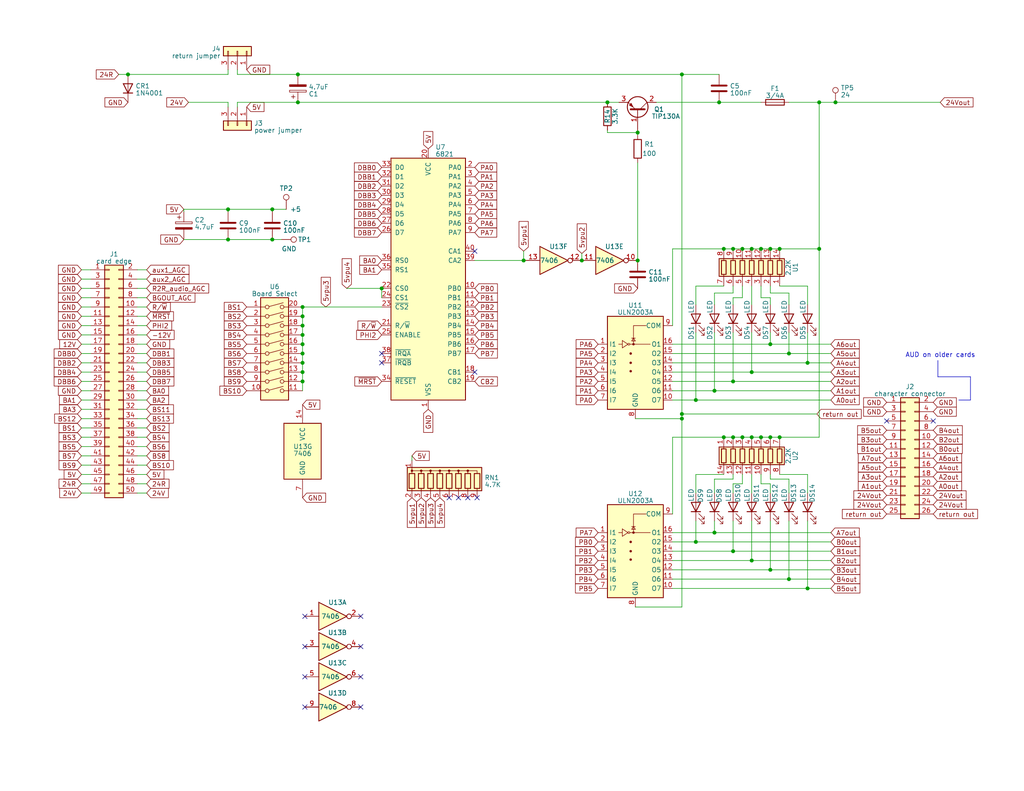
<source format=kicad_sch>
(kicad_sch (version 20230121) (generator eeschema)
  (paper "A")
  (junction (at 82.55 91.44))
  (junction (at 220.345 160.655))
  (junction (at 82.55 83.82))
  (junction (at 142.875 71.12))
  (junction (at 81.28 27.94))
  (junction (at 197.485 119.38))
  (junction (at 215.265 158.115))
  (junction (at 194.945 106.68))
  (junction (at 205.105 119.38))
  (junction (at 82.55 96.52))
  (junction (at 197.485 67.945))
  (junction (at 189.865 147.955))
  (junction (at 202.565 67.945))
  (junction (at 223.52 67.945))
  (junction (at 207.645 67.945))
  (junction (at 173.99 36.195))
  (junction (at 74.295 65.405))
  (junction (at 82.55 93.98))
  (junction (at 104.14 78.74))
  (junction (at 205.105 153.035))
  (junction (at 220.345 99.06))
  (junction (at 158.75 71.12))
  (junction (at 196.215 27.94))
  (junction (at 210.185 93.98))
  (junction (at 200.025 150.495))
  (junction (at 165.735 27.94))
  (junction (at 200.025 67.945))
  (junction (at 62.23 57.15))
  (junction (at 215.265 96.52))
  (junction (at 82.55 86.36))
  (junction (at 194.945 145.415))
  (junction (at 223.52 27.94))
  (junction (at 200.025 119.38))
  (junction (at 81.28 20.32))
  (junction (at 210.185 67.945))
  (junction (at 210.185 119.38))
  (junction (at 173.99 71.12))
  (junction (at 82.55 88.9))
  (junction (at 82.55 104.14))
  (junction (at 186.055 113.03))
  (junction (at 205.105 67.945))
  (junction (at 186.055 20.32))
  (junction (at 186.055 114.3))
  (junction (at 205.105 101.6))
  (junction (at 212.725 67.945))
  (junction (at 212.725 119.38))
  (junction (at 227.965 27.94))
  (junction (at 74.295 57.15))
  (junction (at 202.565 119.38))
  (junction (at 82.55 99.06))
  (junction (at 207.645 119.38))
  (junction (at 82.55 101.6))
  (junction (at 200.025 104.14))
  (junction (at 34.925 20.32))
  (junction (at 210.185 155.575))
  (junction (at 62.23 65.405))
  (junction (at 189.865 109.22))
  (no_connect (at 83.185 193.04))
  (no_connect (at 98.425 184.785))
  (no_connect (at 241.935 114.935))
  (no_connect (at 129.54 101.6))
  (no_connect (at 129.54 68.58))
  (no_connect (at 98.425 193.04))
  (no_connect (at 83.185 184.785))
  (no_connect (at 127.635 135.89))
  (no_connect (at 125.095 135.89))
  (no_connect (at 104.14 96.52))
  (no_connect (at 122.555 135.89))
  (no_connect (at 254.635 114.935))
  (no_connect (at 98.425 176.53))
  (no_connect (at 130.175 135.89))
  (no_connect (at 104.14 99.06))
  (no_connect (at 98.425 168.275))
  (no_connect (at 83.185 168.275))
  (no_connect (at 83.185 176.53))
  (wire (pts (xy 202.565 129.54) (xy 202.565 132.08)))
  (wire (pts (xy 189.865 147.955) (xy 189.865 142.24)))
  (wire (pts (xy 40.005 114.3) (xy 37.465 114.3)))
  (wire (pts (xy 183.515 99.06) (xy 220.345 99.06)))
  (wire (pts (xy 40.005 124.46) (xy 37.465 124.46)))
  (wire (pts (xy 40.005 104.14) (xy 37.465 104.14)))
  (polyline (pts (xy 264.795 102.87) (xy 264.795 109.22)))
  (wire (pts (xy 40.005 109.22) (xy 37.465 109.22)))
  (wire (pts (xy 64.77 20.32) (xy 81.28 20.32)))
  (wire (pts (xy 40.005 81.28) (xy 37.465 81.28)))
  (wire (pts (xy 207.645 132.08) (xy 210.185 132.08)))
  (wire (pts (xy 189.865 109.22) (xy 189.865 90.805)))
  (wire (pts (xy 179.07 27.94) (xy 196.215 27.94)))
  (wire (pts (xy 189.865 109.22) (xy 183.515 109.22)))
  (wire (pts (xy 24.765 91.44) (xy 22.225 91.44)))
  (wire (pts (xy 24.765 73.66) (xy 22.225 73.66)))
  (wire (pts (xy 81.28 20.32) (xy 186.055 20.32)))
  (wire (pts (xy 226.695 145.415) (xy 194.945 145.415)))
  (wire (pts (xy 189.865 83.185) (xy 189.865 78.105)))
  (wire (pts (xy 200.025 81.28) (xy 202.565 81.28)))
  (wire (pts (xy 189.865 78.105) (xy 197.485 78.105)))
  (wire (pts (xy 227.965 27.94) (xy 256.54 27.94)))
  (wire (pts (xy 220.345 160.655) (xy 220.345 142.24)))
  (wire (pts (xy 220.345 99.06) (xy 226.695 99.06)))
  (wire (pts (xy 215.265 158.115) (xy 183.515 158.115)))
  (wire (pts (xy 189.865 134.62) (xy 189.865 129.54)))
  (wire (pts (xy 200.025 150.495) (xy 183.515 150.495)))
  (wire (pts (xy 24.765 109.22) (xy 22.225 109.22)))
  (wire (pts (xy 24.765 81.28) (xy 22.225 81.28)))
  (wire (pts (xy 226.695 147.955) (xy 189.865 147.955)))
  (wire (pts (xy 24.765 96.52) (xy 22.225 96.52)))
  (wire (pts (xy 24.765 121.92) (xy 22.225 121.92)))
  (wire (pts (xy 194.945 80.01) (xy 194.945 83.185)))
  (wire (pts (xy 210.185 83.185) (xy 210.185 81.28)))
  (wire (pts (xy 62.23 29.21) (xy 62.23 27.94)))
  (wire (pts (xy 215.265 96.52) (xy 183.515 96.52)))
  (wire (pts (xy 40.005 93.98) (xy 37.465 93.98)))
  (wire (pts (xy 64.77 27.94) (xy 81.28 27.94)))
  (wire (pts (xy 142.875 71.12) (xy 143.51 71.12)))
  (wire (pts (xy 207.645 129.54) (xy 207.645 132.08)))
  (wire (pts (xy 200.025 132.08) (xy 200.025 134.62)))
  (wire (pts (xy 24.765 111.76) (xy 22.225 111.76)))
  (wire (pts (xy 40.005 132.08) (xy 37.465 132.08)))
  (wire (pts (xy 226.695 153.035) (xy 205.105 153.035)))
  (wire (pts (xy 62.23 65.405) (xy 74.295 65.405)))
  (wire (pts (xy 212.725 67.945) (xy 223.52 67.945)))
  (wire (pts (xy 210.185 93.98) (xy 183.515 93.98)))
  (wire (pts (xy 226.695 101.6) (xy 205.105 101.6)))
  (wire (pts (xy 40.005 119.38) (xy 37.465 119.38)))
  (polyline (pts (xy 261.62 109.22) (xy 264.795 109.22)))
  (wire (pts (xy 34.925 20.32) (xy 62.23 20.32)))
  (wire (pts (xy 220.345 90.805) (xy 220.345 99.06)))
  (wire (pts (xy 212.725 129.54) (xy 220.345 129.54)))
  (wire (pts (xy 200.025 130.81) (xy 194.945 130.81)))
  (wire (pts (xy 74.295 57.15) (xy 74.295 57.785)))
  (wire (pts (xy 50.165 65.405) (xy 62.23 65.405)))
  (wire (pts (xy 200.025 67.945) (xy 197.485 67.945)))
  (wire (pts (xy 226.695 155.575) (xy 210.185 155.575)))
  (wire (pts (xy 202.565 132.08) (xy 200.025 132.08)))
  (wire (pts (xy 40.005 127) (xy 37.465 127)))
  (wire (pts (xy 212.725 78.105) (xy 220.345 78.105)))
  (wire (pts (xy 24.765 86.36) (xy 22.225 86.36)))
  (wire (pts (xy 40.005 76.2) (xy 37.465 76.2)))
  (wire (pts (xy 165.735 27.94) (xy 168.91 27.94)))
  (polyline (pts (xy 255.905 102.87) (xy 264.795 102.87)))
  (wire (pts (xy 40.005 116.84) (xy 37.465 116.84)))
  (wire (pts (xy 212.725 67.945) (xy 210.185 67.945)))
  (wire (pts (xy 183.515 119.38) (xy 197.485 119.38)))
  (wire (pts (xy 40.005 96.52) (xy 37.465 96.52)))
  (wire (pts (xy 24.765 88.9) (xy 22.225 88.9)))
  (wire (pts (xy 104.14 78.74) (xy 104.14 81.28)))
  (wire (pts (xy 197.485 119.38) (xy 200.025 119.38)))
  (wire (pts (xy 32.385 20.32) (xy 34.925 20.32)))
  (wire (pts (xy 173.355 114.3) (xy 186.055 114.3)))
  (wire (pts (xy 64.77 27.94) (xy 64.77 29.21)))
  (wire (pts (xy 64.77 19.05) (xy 64.77 20.32)))
  (wire (pts (xy 62.23 57.15) (xy 74.295 57.15)))
  (wire (pts (xy 205.105 153.035) (xy 205.105 142.24)))
  (wire (pts (xy 215.265 96.52) (xy 215.265 90.805)))
  (wire (pts (xy 194.945 106.68) (xy 194.945 90.805)))
  (wire (pts (xy 210.185 130.81) (xy 215.265 130.81)))
  (wire (pts (xy 194.945 134.62) (xy 194.945 130.81)))
  (wire (pts (xy 210.185 155.575) (xy 210.185 142.24)))
  (wire (pts (xy 210.185 67.945) (xy 207.645 67.945)))
  (wire (pts (xy 40.005 73.66) (xy 37.465 73.66)))
  (wire (pts (xy 223.52 27.94) (xy 223.52 67.945)))
  (wire (pts (xy 226.695 106.68) (xy 194.945 106.68)))
  (wire (pts (xy 165.735 36.195) (xy 173.99 36.195)))
  (wire (pts (xy 186.055 165.735) (xy 186.055 114.3)))
  (wire (pts (xy 226.695 160.655) (xy 220.345 160.655)))
  (wire (pts (xy 24.765 129.54) (xy 22.225 129.54)))
  (wire (pts (xy 215.265 27.94) (xy 223.52 27.94)))
  (wire (pts (xy 76.835 65.405) (xy 74.295 65.405)))
  (wire (pts (xy 24.765 114.3) (xy 22.225 114.3)))
  (wire (pts (xy 50.165 57.15) (xy 50.165 57.785)))
  (wire (pts (xy 210.185 93.98) (xy 226.695 93.98)))
  (wire (pts (xy 82.55 96.52) (xy 82.55 99.06)))
  (wire (pts (xy 210.185 93.98) (xy 210.185 90.805)))
  (wire (pts (xy 173.99 36.83) (xy 173.99 36.195)))
  (wire (pts (xy 197.485 129.54) (xy 189.865 129.54)))
  (wire (pts (xy 194.945 106.68) (xy 183.515 106.68)))
  (wire (pts (xy 129.54 71.12) (xy 142.875 71.12)))
  (wire (pts (xy 40.005 106.68) (xy 37.465 106.68)))
  (wire (pts (xy 186.055 20.32) (xy 196.215 20.32)))
  (wire (pts (xy 82.55 99.06) (xy 82.55 101.6)))
  (wire (pts (xy 24.765 99.06) (xy 22.225 99.06)))
  (wire (pts (xy 24.765 116.84) (xy 22.225 116.84)))
  (wire (pts (xy 186.055 113.03) (xy 186.055 114.3)))
  (wire (pts (xy 40.005 99.06) (xy 37.465 99.06)))
  (wire (pts (xy 112.395 124.46) (xy 112.395 125.73)))
  (wire (pts (xy 62.23 57.15) (xy 62.23 57.785)))
  (wire (pts (xy 82.55 104.14) (xy 82.55 106.68)))
  (wire (pts (xy 81.28 27.94) (xy 165.735 27.94)))
  (wire (pts (xy 40.005 86.36) (xy 37.465 86.36)))
  (wire (pts (xy 202.565 81.28) (xy 202.565 78.105)))
  (wire (pts (xy 207.645 78.105) (xy 207.645 81.28)))
  (wire (pts (xy 220.345 83.185) (xy 220.345 78.105)))
  (wire (pts (xy 40.005 134.62) (xy 37.465 134.62)))
  (wire (pts (xy 40.005 129.54) (xy 37.465 129.54)))
  (wire (pts (xy 50.165 57.15) (xy 62.23 57.15)))
  (wire (pts (xy 24.765 127) (xy 22.225 127)))
  (wire (pts (xy 24.765 132.08) (xy 22.225 132.08)))
  (wire (pts (xy 24.765 106.68) (xy 22.225 106.68)))
  (wire (pts (xy 82.55 83.82) (xy 82.55 86.36)))
  (wire (pts (xy 24.765 83.82) (xy 22.225 83.82)))
  (wire (pts (xy 82.55 91.44) (xy 82.55 93.98)))
  (wire (pts (xy 207.645 119.38) (xy 205.105 119.38)))
  (wire (pts (xy 212.725 119.38) (xy 223.52 119.38)))
  (wire (pts (xy 94.615 78.74) (xy 104.14 78.74)))
  (wire (pts (xy 215.265 158.115) (xy 215.265 142.24)))
  (wire (pts (xy 173.355 165.735) (xy 186.055 165.735)))
  (wire (pts (xy 200.025 129.54) (xy 200.025 130.81)))
  (wire (pts (xy 183.515 67.945) (xy 183.515 88.9)))
  (wire (pts (xy 215.265 130.81) (xy 215.265 134.62)))
  (wire (pts (xy 40.005 111.76) (xy 37.465 111.76)))
  (wire (pts (xy 78.105 57.15) (xy 74.295 57.15)))
  (wire (pts (xy 223.52 67.945) (xy 223.52 119.38)))
  (wire (pts (xy 210.185 78.105) (xy 210.185 80.01)))
  (wire (pts (xy 62.23 19.05) (xy 62.23 20.32)))
  (wire (pts (xy 200.025 80.01) (xy 194.945 80.01)))
  (wire (pts (xy 226.695 150.495) (xy 200.025 150.495)))
  (wire (pts (xy 24.765 101.6) (xy 22.225 101.6)))
  (wire (pts (xy 24.765 76.2) (xy 22.225 76.2)))
  (wire (pts (xy 51.435 27.94) (xy 62.23 27.94)))
  (wire (pts (xy 207.645 81.28) (xy 210.185 81.28)))
  (wire (pts (xy 200.025 150.495) (xy 200.025 142.24)))
  (wire (pts (xy 183.515 119.38) (xy 183.515 140.335)))
  (wire (pts (xy 205.105 153.035) (xy 183.515 153.035)))
  (wire (pts (xy 210.185 80.01) (xy 215.265 80.01)))
  (wire (pts (xy 40.005 101.6) (xy 37.465 101.6)))
  (wire (pts (xy 226.695 158.115) (xy 215.265 158.115)))
  (wire (pts (xy 40.005 91.44) (xy 37.465 91.44)))
  (wire (pts (xy 205.105 101.6) (xy 205.105 90.805)))
  (wire (pts (xy 205.105 67.945) (xy 207.645 67.945)))
  (wire (pts (xy 82.55 83.82) (xy 104.14 83.82)))
  (wire (pts (xy 24.765 78.74) (xy 22.225 78.74)))
  (wire (pts (xy 82.55 86.36) (xy 82.55 88.9)))
  (wire (pts (xy 210.185 155.575) (xy 183.515 155.575)))
  (wire (pts (xy 205.105 119.38) (xy 202.565 119.38)))
  (wire (pts (xy 40.005 78.74) (xy 37.465 78.74)))
  (wire (pts (xy 165.735 36.195) (xy 165.735 35.56)))
  (wire (pts (xy 223.52 27.94) (xy 227.965 27.94)))
  (wire (pts (xy 205.105 83.185) (xy 205.105 78.105)))
  (wire (pts (xy 197.485 67.945) (xy 183.515 67.945)))
  (wire (pts (xy 200.025 80.01) (xy 200.025 78.105)))
  (wire (pts (xy 142.875 68.58) (xy 142.875 71.12)))
  (wire (pts (xy 82.55 88.9) (xy 82.55 91.44)))
  (wire (pts (xy 24.765 93.98) (xy 22.225 93.98)))
  (wire (pts (xy 202.565 67.945) (xy 200.025 67.945)))
  (wire (pts (xy 210.185 119.38) (xy 207.645 119.38)))
  (wire (pts (xy 24.765 104.14) (xy 22.225 104.14)))
  (wire (pts (xy 40.005 88.9) (xy 37.465 88.9)))
  (wire (pts (xy 40.005 83.82) (xy 37.465 83.82)))
  (wire (pts (xy 189.865 147.955) (xy 183.515 147.955)))
  (wire (pts (xy 200.025 104.14) (xy 183.515 104.14)))
  (wire (pts (xy 194.945 145.415) (xy 194.945 142.24)))
  (wire (pts (xy 24.765 119.38) (xy 22.225 119.38)))
  (wire (pts (xy 210.185 132.08) (xy 210.185 134.62)))
  (wire (pts (xy 186.055 20.32) (xy 186.055 113.03)))
  (wire (pts (xy 220.345 129.54) (xy 220.345 134.62)))
  (wire (pts (xy 226.695 109.22) (xy 189.865 109.22)))
  (wire (pts (xy 205.105 101.6) (xy 183.515 101.6)))
  (wire (pts (xy 226.695 96.52) (xy 215.265 96.52)))
  (wire (pts (xy 220.345 160.655) (xy 183.515 160.655)))
  (wire (pts (xy 210.185 129.54) (xy 210.185 130.81)))
  (wire (pts (xy 226.695 104.14) (xy 200.025 104.14)))
  (wire (pts (xy 158.75 69.215) (xy 158.75 71.12)))
  (wire (pts (xy 200.025 104.14) (xy 200.025 90.805)))
  (wire (pts (xy 173.99 44.45) (xy 173.99 71.12)))
  (wire (pts (xy 207.645 27.94) (xy 196.215 27.94)))
  (wire (pts (xy 173.99 36.195) (xy 173.99 35.56)))
  (wire (pts (xy 82.55 101.6) (xy 82.55 104.14)))
  (wire (pts (xy 222.885 113.03) (xy 186.055 113.03)))
  (wire (pts (xy 202.565 119.38) (xy 200.025 119.38)))
  (wire (pts (xy 194.945 145.415) (xy 183.515 145.415)))
  (wire (pts (xy 200.025 83.185) (xy 200.025 81.28)))
  (wire (pts (xy 202.565 67.945) (xy 205.105 67.945)))
  (polyline (pts (xy 255.905 98.425) (xy 255.905 102.87)))
  (wire (pts (xy 82.55 93.98) (xy 82.55 96.52)))
  (wire (pts (xy 24.765 124.46) (xy 22.225 124.46)))
  (wire (pts (xy 40.005 121.92) (xy 37.465 121.92)))
  (wire (pts (xy 24.765 134.62) (xy 22.225 134.62)))
  (wire (pts (xy 212.725 119.38) (xy 210.185 119.38)))
  (wire (pts (xy 205.105 134.62) (xy 205.105 129.54)))
  (wire (pts (xy 215.265 80.01) (xy 215.265 83.185)))
  (text "AUD on older cards" (at 247.015 97.79 0) (effects (font (size 1.27 1.27)) (justify left bottom)))
  (global_label "aux1_AGC" (shape input) (at 40.005 73.66 0) (property "Intersheetrefs" "${INTERSHEET_REFS}" (effects hide)))
  (global_label "PA4" (shape input) (at 163.195 99.06 180) (property "Intersheetrefs" "${INTERSHEET_REFS}" (effects hide)))
  (global_label "DBB6" (shape input) (at 104.14 60.96 180) (property "Intersheetrefs" "${INTERSHEET_REFS}" (effects hide)))
  (global_label "GND" (shape input) (at 34.925 27.94 180) (property "Intersheetrefs" "${INTERSHEET_REFS}" (effects hide)))
  (global_label "return out" (shape input) (at 254.635 140.335 0) (property "Intersheetrefs" "${INTERSHEET_REFS}" (effects hide)))
  (global_label "GND" (shape input) (at 22.225 81.28 180) (property "Intersheetrefs" "${INTERSHEET_REFS}" (effects hide)))
  (global_label "aux2_AGC" (shape input) (at 40.005 76.2 0) (property "Intersheetrefs" "${INTERSHEET_REFS}" (effects hide)))
  (global_label "PA7" (shape input) (at 129.54 63.5 0) (property "Intersheetrefs" "${INTERSHEET_REFS}" (effects hide)))
  (global_label "PHI2" (shape input) (at 104.14 91.44 180) (property "Intersheetrefs" "${INTERSHEET_REFS}" (effects hide)))
  (global_label "DBB3" (shape input) (at 104.14 53.34 180) (property "Intersheetrefs" "${INTERSHEET_REFS}" (effects hide)))
  (global_label "BA1" (shape input) (at 104.14 73.66 180) (property "Intersheetrefs" "${INTERSHEET_REFS}" (effects hide)))
  (global_label "24V" (shape input) (at 40.005 134.62 0) (property "Intersheetrefs" "${INTERSHEET_REFS}" (effects hide)))
  (global_label "DBB2" (shape input) (at 104.14 50.8 180) (property "Intersheetrefs" "${INTERSHEET_REFS}" (effects hide)))
  (global_label "BA2" (shape input) (at 40.005 109.22 0) (property "Intersheetrefs" "${INTERSHEET_REFS}" (effects hide)))
  (global_label "BS2" (shape input) (at 40.005 116.84 0) (property "Intersheetrefs" "${INTERSHEET_REFS}" (effects hide)))
  (global_label "5vpu4" (shape input) (at 94.615 78.74 90) (property "Intersheetrefs" "${INTERSHEET_REFS}" (effects hide)))
  (global_label "BS10" (shape input) (at 67.31 106.68 180) (property "Intersheetrefs" "${INTERSHEET_REFS}" (effects hide)))
  (global_label "GND" (shape input) (at 254.635 112.395 0) (property "Intersheetrefs" "${INTERSHEET_REFS}" (effects hide)))
  (global_label "DBB5" (shape input) (at 104.14 58.42 180) (property "Intersheetrefs" "${INTERSHEET_REFS}" (effects hide)))
  (global_label "5V" (shape input) (at 82.55 110.49 0) (property "Intersheetrefs" "${INTERSHEET_REFS}" (effects hide)))
  (global_label "BA3" (shape input) (at 22.225 111.76 180) (property "Intersheetrefs" "${INTERSHEET_REFS}" (effects hide)))
  (global_label "GND" (shape input) (at 50.165 65.405 180) (property "Intersheetrefs" "${INTERSHEET_REFS}" (effects hide)))
  (global_label "return out" (shape input) (at 222.885 113.03 0) (property "Intersheetrefs" "${INTERSHEET_REFS}" (effects hide)))
  (global_label "PA2" (shape input) (at 129.54 50.8 0) (property "Intersheetrefs" "${INTERSHEET_REFS}" (effects hide)))
  (global_label "DBB0" (shape input) (at 104.14 45.72 180) (property "Intersheetrefs" "${INTERSHEET_REFS}" (effects hide)))
  (global_label "A6out" (shape input) (at 226.695 93.98 0) (property "Intersheetrefs" "${INTERSHEET_REFS}" (effects hide)))
  (global_label "PA3" (shape input) (at 163.195 101.6 180) (property "Intersheetrefs" "${INTERSHEET_REFS}" (effects hide)))
  (global_label "BS4" (shape input) (at 40.005 119.38 0) (property "Intersheetrefs" "${INTERSHEET_REFS}" (effects hide)))
  (global_label "PA0" (shape input) (at 129.54 45.72 0) (property "Intersheetrefs" "${INTERSHEET_REFS}" (effects hide)))
  (global_label "~{MRST}" (shape input) (at 104.14 104.14 180) (property "Intersheetrefs" "${INTERSHEET_REFS}" (effects hide)))
  (global_label "GND" (shape input) (at 22.225 83.82 180) (property "Intersheetrefs" "${INTERSHEET_REFS}" (effects hide)))
  (global_label "5V" (shape input) (at 22.225 129.54 180) (property "Intersheetrefs" "${INTERSHEET_REFS}" (effects hide)))
  (global_label "A5out" (shape input) (at 241.935 127.635 180) (property "Intersheetrefs" "${INTERSHEET_REFS}" (effects hide)))
  (global_label "PA7" (shape input) (at 163.195 145.415 180) (property "Intersheetrefs" "${INTERSHEET_REFS}" (effects hide)))
  (global_label "BS5" (shape input) (at 67.31 93.98 180) (property "Intersheetrefs" "${INTERSHEET_REFS}" (effects hide)))
  (global_label "DBB7" (shape input) (at 40.005 104.14 0) (property "Intersheetrefs" "${INTERSHEET_REFS}" (effects hide)))
  (global_label "PA0" (shape input) (at 163.195 109.22 180) (property "Intersheetrefs" "${INTERSHEET_REFS}" (effects hide)))
  (global_label "DBB1" (shape input) (at 40.005 96.52 0) (property "Intersheetrefs" "${INTERSHEET_REFS}" (effects hide)))
  (global_label "5vpu1" (shape input) (at 142.875 68.58 90) (property "Intersheetrefs" "${INTERSHEET_REFS}" (effects hide)))
  (global_label "PB3" (shape input) (at 163.195 155.575 180) (property "Intersheetrefs" "${INTERSHEET_REFS}" (effects hide)))
  (global_label "24Vout" (shape input) (at 254.635 137.795 0) (property "Intersheetrefs" "${INTERSHEET_REFS}" (effects hide)))
  (global_label "PB5" (shape input) (at 163.195 160.655 180) (property "Intersheetrefs" "${INTERSHEET_REFS}" (effects hide)))
  (global_label "PB6" (shape input) (at 129.54 93.98 0) (property "Intersheetrefs" "${INTERSHEET_REFS}" (effects hide)))
  (global_label "BS1" (shape input) (at 22.225 116.84 180) (property "Intersheetrefs" "${INTERSHEET_REFS}" (effects hide)))
  (global_label "PA4" (shape input) (at 129.54 55.88 0) (property "Intersheetrefs" "${INTERSHEET_REFS}" (effects hide)))
  (global_label "BS4" (shape input) (at 67.31 91.44 180) (property "Intersheetrefs" "${INTERSHEET_REFS}" (effects hide)))
  (global_label "PA6" (shape input) (at 129.54 60.96 0) (property "Intersheetrefs" "${INTERSHEET_REFS}" (effects hide)))
  (global_label "BS5" (shape input) (at 22.225 121.92 180) (property "Intersheetrefs" "${INTERSHEET_REFS}" (effects hide)))
  (global_label "GND" (shape input) (at 22.225 86.36 180) (property "Intersheetrefs" "${INTERSHEET_REFS}" (effects hide)))
  (global_label "DBB4" (shape input) (at 104.14 55.88 180) (property "Intersheetrefs" "${INTERSHEET_REFS}" (effects hide)))
  (global_label "24Vout" (shape input) (at 241.935 137.795 180) (property "Intersheetrefs" "${INTERSHEET_REFS}" (effects hide)))
  (global_label "A5out" (shape input) (at 226.695 96.52 0) (property "Intersheetrefs" "${INTERSHEET_REFS}" (effects hide)))
  (global_label "BS2" (shape input) (at 67.31 86.36 180) (property "Intersheetrefs" "${INTERSHEET_REFS}" (effects hide)))
  (global_label "GND" (shape input) (at 241.935 109.855 180) (property "Intersheetrefs" "${INTERSHEET_REFS}" (effects hide)))
  (global_label "GND" (shape input) (at 254.635 109.855 0) (property "Intersheetrefs" "${INTERSHEET_REFS}" (effects hide)))
  (global_label "BS8" (shape input) (at 67.31 101.6 180) (property "Intersheetrefs" "${INTERSHEET_REFS}" (effects hide)))
  (global_label "BGOUT_AGC" (shape input) (at 40.005 81.28 0) (property "Intersheetrefs" "${INTERSHEET_REFS}" (effects hide)))
  (global_label "A2out" (shape input) (at 254.635 130.175 0) (property "Intersheetrefs" "${INTERSHEET_REFS}" (effects hide)))
  (global_label "PHI2" (shape input) (at 40.005 88.9 0) (property "Intersheetrefs" "${INTERSHEET_REFS}" (effects hide)))
  (global_label "GND" (shape input) (at 22.225 78.74 180) (property "Intersheetrefs" "${INTERSHEET_REFS}" (effects hide)))
  (global_label "24Vout" (shape input) (at 254.635 135.255 0) (property "Intersheetrefs" "${INTERSHEET_REFS}" (effects hide)))
  (global_label "24V" (shape input) (at 22.225 134.62 180) (property "Intersheetrefs" "${INTERSHEET_REFS}" (effects hide)))
  (global_label "B0out" (shape input) (at 254.635 122.555 0) (property "Intersheetrefs" "${INTERSHEET_REFS}" (effects hide)))
  (global_label "A2out" (shape input) (at 226.695 104.14 0) (property "Intersheetrefs" "${INTERSHEET_REFS}" (effects hide)))
  (global_label "BS3" (shape input) (at 67.31 88.9 180) (property "Intersheetrefs" "${INTERSHEET_REFS}" (effects hide)))
  (global_label "B5out" (shape input) (at 226.695 160.655 0) (property "Intersheetrefs" "${INTERSHEET_REFS}" (effects hide)))
  (global_label "B4out" (shape input) (at 226.695 158.115 0) (property "Intersheetrefs" "${INTERSHEET_REFS}" (effects hide)))
  (global_label "5vpu3" (shape input) (at 88.9 83.82 90) (property "Intersheetrefs" "${INTERSHEET_REFS}" (effects hide)))
  (global_label "B3out" (shape input) (at 241.935 120.015 180) (property "Intersheetrefs" "${INTERSHEET_REFS}" (effects hide)))
  (global_label "PB7" (shape input) (at 129.54 96.52 0) (property "Intersheetrefs" "${INTERSHEET_REFS}" (effects hide)))
  (global_label "5vpu2" (shape input) (at 158.75 69.215 90) (property "Intersheetrefs" "${INTERSHEET_REFS}" (effects hide)))
  (global_label "PB4" (shape input) (at 129.54 88.9 0) (property "Intersheetrefs" "${INTERSHEET_REFS}" (effects hide)))
  (global_label "R{slash}~{W}" (shape input) (at 40.005 83.82 0) (property "Intersheetrefs" "${INTERSHEET_REFS}" (effects hide)))
  (global_label "GND" (shape input) (at 22.225 106.68 180) (property "Intersheetrefs" "${INTERSHEET_REFS}" (effects hide)))
  (global_label "DBB2" (shape input) (at 22.225 99.06 180) (property "Intersheetrefs" "${INTERSHEET_REFS}" (effects hide)))
  (global_label "BS1" (shape input) (at 67.31 83.82 180) (property "Intersheetrefs" "${INTERSHEET_REFS}" (effects hide)))
  (global_label "24Vout" (shape input) (at 241.935 135.255 180) (property "Intersheetrefs" "${INTERSHEET_REFS}" (effects hide)))
  (global_label "BS3" (shape input) (at 22.225 119.38 180) (property "Intersheetrefs" "${INTERSHEET_REFS}" (effects hide)))
  (global_label "BA0" (shape input) (at 40.005 106.68 0) (property "Intersheetrefs" "${INTERSHEET_REFS}" (effects hide)))
  (global_label "24V" (shape input) (at 51.435 27.94 180) (property "Intersheetrefs" "${INTERSHEET_REFS}" (effects hide)))
  (global_label "PB2" (shape input) (at 163.195 153.035 180) (property "Intersheetrefs" "${INTERSHEET_REFS}" (effects hide)))
  (global_label "24Vout" (shape input) (at 256.54 27.94 0) (property "Intersheetrefs" "${INTERSHEET_REFS}" (effects hide)))
  (global_label "5V" (shape input) (at 116.84 40.64 90) (property "Intersheetrefs" "${INTERSHEET_REFS}" (effects hide)))
  (global_label "BS11" (shape input) (at 40.005 111.76 0) (property "Intersheetrefs" "${INTERSHEET_REFS}" (effects hide)))
  (global_label "B3out" (shape input) (at 226.695 155.575 0) (property "Intersheetrefs" "${INTERSHEET_REFS}" (effects hide)))
  (global_label "A3out" (shape input) (at 226.695 101.6 0) (property "Intersheetrefs" "${INTERSHEET_REFS}" (effects hide)))
  (global_label "return out" (shape input) (at 241.935 140.335 180) (property "Intersheetrefs" "${INTERSHEET_REFS}" (effects hide)))
  (global_label "BA1" (shape input) (at 22.225 109.22 180) (property "Intersheetrefs" "${INTERSHEET_REFS}" (effects hide)))
  (global_label "PB4" (shape input) (at 163.195 158.115 180) (property "Intersheetrefs" "${INTERSHEET_REFS}" (effects hide)))
  (global_label "DBB4" (shape input) (at 22.225 101.6 180) (property "Intersheetrefs" "${INTERSHEET_REFS}" (effects hide)))
  (global_label "PA1" (shape input) (at 129.54 48.26 0) (property "Intersheetrefs" "${INTERSHEET_REFS}" (effects hide)))
  (global_label "BS13" (shape input) (at 40.005 114.3 0) (property "Intersheetrefs" "${INTERSHEET_REFS}" (effects hide)))
  (global_label "A0out" (shape input) (at 254.635 132.715 0) (property "Intersheetrefs" "${INTERSHEET_REFS}" (effects hide)))
  (global_label "GND" (shape input) (at 22.225 76.2 180) (property "Intersheetrefs" "${INTERSHEET_REFS}" (effects hide)))
  (global_label "GND" (shape input) (at 40.005 93.98 0) (property "Intersheetrefs" "${INTERSHEET_REFS}" (effects hide)))
  (global_label "~{MRST}" (shape input) (at 40.005 86.36 0) (property "Intersheetrefs" "${INTERSHEET_REFS}" (effects hide)))
  (global_label "BS9" (shape input) (at 67.31 104.14 180) (property "Intersheetrefs" "${INTERSHEET_REFS}" (effects hide)))
  (global_label "GND" (shape input) (at 116.84 111.76 270) (property "Intersheetrefs" "${INTERSHEET_REFS}" (effects hide)))
  (global_label "A6out" (shape input) (at 254.635 125.095 0) (property "Intersheetrefs" "${INTERSHEET_REFS}" (effects hide)))
  (global_label "PA5" (shape input) (at 163.195 96.52 180) (property "Intersheetrefs" "${INTERSHEET_REFS}" (effects hide)))
  (global_label "B4out" (shape input) (at 254.635 117.475 0) (property "Intersheetrefs" "${INTERSHEET_REFS}" (effects hide)))
  (global_label "A1out" (shape input) (at 241.935 132.715 180) (property "Intersheetrefs" "${INTERSHEET_REFS}" (effects hide)))
  (global_label "24R" (shape input) (at 32.385 20.32 180) (property "Intersheetrefs" "${INTERSHEET_REFS}" (effects hide)))
  (global_label "A7out" (shape input) (at 226.695 145.415 0) (property "Intersheetrefs" "${INTERSHEET_REFS}" (effects hide)))
  (global_label "GND" (shape input) (at 67.31 19.05 0) (property "Intersheetrefs" "${INTERSHEET_REFS}" (effects hide)))
  (global_label "5vpu1" (shape input) (at 112.395 135.89 270) (property "Intersheetrefs" "${INTERSHEET_REFS}" (effects hide)))
  (global_label "PB2" (shape input) (at 129.54 83.82 0) (property "Intersheetrefs" "${INTERSHEET_REFS}" (effects hide)))
  (global_label "PB1" (shape input) (at 163.195 150.495 180) (property "Intersheetrefs" "${INTERSHEET_REFS}" (effects hide)))
  (global_label "B1out" (shape input) (at 226.695 150.495 0) (property "Intersheetrefs" "${INTERSHEET_REFS}" (effects hide)))
  (global_label "PB0" (shape input) (at 129.54 78.74 0) (property "Intersheetrefs" "${INTERSHEET_REFS}" (effects hide)))
  (global_label "5V" (shape input) (at 50.165 57.15 180) (property "Intersheetrefs" "${INTERSHEET_REFS}" (effects hide)))
  (global_label "PA5" (shape input) (at 129.54 58.42 0) (property "Intersheetrefs" "${INTERSHEET_REFS}" (effects hide)))
  (global_label "GND" (shape input) (at 22.225 88.9 180) (property "Intersheetrefs" "${INTERSHEET_REFS}" (effects hide)))
  (global_label "BS6" (shape input) (at 40.005 121.92 0) (property "Intersheetrefs" "${INTERSHEET_REFS}" (effects hide)))
  (global_label "DBB0" (shape input) (at 22.225 96.52 180) (property "Intersheetrefs" "${INTERSHEET_REFS}" (effects hide)))
  (global_label "B5out" (shape input) (at 241.935 117.475 180) (property "Intersheetrefs" "${INTERSHEET_REFS}" (effects hide)))
  (global_label "PB5" (shape input) (at 129.54 91.44 0) (property "Intersheetrefs" "${INTERSHEET_REFS}" (effects hide)))
  (global_label "BS12" (shape input) (at 22.225 114.3 180) (property "Intersheetrefs" "${INTERSHEET_REFS}" (effects hide)))
  (global_label "BA0" (shape input) (at 104.14 71.12 180) (property "Intersheetrefs" "${INTERSHEET_REFS}" (effects hide)))
  (global_label "B1out" (shape input) (at 241.935 122.555 180) (property "Intersheetrefs" "${INTERSHEET_REFS}" (effects hide)))
  (global_label "GND" (shape input) (at 22.225 73.66 180) (property "Intersheetrefs" "${INTERSHEET_REFS}" (effects hide)))
  (global_label "-12V" (shape input) (at 40.005 91.44 0) (property "Intersheetrefs" "${INTERSHEET_REFS}" (effects hide)))
  (global_label "PA6" (shape input) (at 163.195 93.98 180) (property "Intersheetrefs" "${INTERSHEET_REFS}" (effects hide)))
  (global_label "BS6" (shape input) (at 67.31 96.52 180) (property "Intersheetrefs" "${INTERSHEET_REFS}" (effects hide)))
  (global_label "DBB7" (shape input) (at 104.14 63.5 180) (property "Intersheetrefs" "${INTERSHEET_REFS}" (effects hide)))
  (global_label "PA3" (shape input) (at 129.54 53.34 0) (property "Intersheetrefs" "${INTERSHEET_REFS}" (effects hide)))
  (global_label "B2out" (shape input) (at 254.635 120.015 0) (property "Intersheetrefs" "${INTERSHEET_REFS}" (effects hide)))
  (global_label "5vpu2" (shape input) (at 114.935 135.89 270) (property "Intersheetrefs" "${INTERSHEET_REFS}" (effects hide)))
  (global_label "BS10" (shape input) (at 40.005 127 0) (property "Intersheetrefs" "${INTERSHEET_REFS}" (effects hide)))
  (global_label "GND" (shape input) (at 241.935 112.395 180) (property "Intersheetrefs" "${INTERSHEET_REFS}" (effects hide)))
  (global_label "DBB6" (shape input) (at 22.225 104.14 180) (property "Intersheetrefs" "${INTERSHEET_REFS}" (effects hide)))
  (global_label "5vpu3" (shape input) (at 117.475 135.89 270) (property "Intersheetrefs" "${INTERSHEET_REFS}" (effects hide)))
  (global_label "PB1" (shape input) (at 129.54 81.28 0) (property "Intersheetrefs" "${INTERSHEET_REFS}" (effects hide)))
  (global_label "24R" (shape input) (at 40.005 132.08 0) (property "Intersheetrefs" "${INTERSHEET_REFS}" (effects hide)))
  (global_label "GND" (shape input) (at 173.99 78.74 180) (property "Intersheetrefs" "${INTERSHEET_REFS}" (effects hide)))
  (global_label "A4out" (shape input) (at 226.695 99.06 0) (property "Intersheetrefs" "${INTERSHEET_REFS}" (effects hide)))
  (global_label "PA2" (shape input) (at 163.195 104.14 180) (property "Intersheetrefs" "${INTERSHEET_REFS}" (effects hide)))
  (global_label "5V" (shape input) (at 40.005 129.54 0) (property "Intersheetrefs" "${INTERSHEET_REFS}" (effects hide)))
  (global_label "24R" (shape input) (at 22.225 132.08 180) (property "Intersheetrefs" "${INTERSHEET_REFS}" (effects hide)))
  (global_label "DBB3" (shape input) (at 40.005 99.06 0) (property "Intersheetrefs" "${INTERSHEET_REFS}" (effects hide)))
  (global_label "DBB1" (shape input) (at 104.14 48.26 180) (property "Intersheetrefs" "${INTERSHEET_REFS}" (effects hide)))
  (global_label "A7out" (shape input) (at 241.935 125.095 180) (property "Intersheetrefs" "${INTERSHEET_REFS}" (effects hide)))
  (global_label "PB3" (shape input) (at 129.54 86.36 0) (property "Intersheetrefs" "${INTERSHEET_REFS}" (effects hide)))
  (global_label "GND" (shape input) (at 22.225 91.44 180) (property "Intersheetrefs" "${INTERSHEET_REFS}" (effects hide)))
  (global_label "A4out" (shape input) (at 254.635 127.635 0) (property "Intersheetrefs" "${INTERSHEET_REFS}" (effects hide)))
  (global_label "BS9" (shape input) (at 22.225 127 180) (property "Intersheetrefs" "${INTERSHEET_REFS}" (effects hide)))
  (global_label "B0out" (shape input) (at 226.695 147.955 0) (property "Intersheetrefs" "${INTERSHEET_REFS}" (effects hide)))
  (global_label "5V" (shape input) (at 112.395 124.46 0) (property "Intersheetrefs" "${INTERSHEET_REFS}" (effects hide)))
  (global_label "A1out" (shape input) (at 226.695 106.68 0) (property "Intersheetrefs" "${INTERSHEET_REFS}" (effects hide)))
  (global_label "A0out" (shape input) (at 226.695 109.22 0) (property "Intersheetrefs" "${INTERSHEET_REFS}" (effects hide)))
  (global_label "BS8" (shape input) (at 40.005 124.46 0) (property "Intersheetrefs" "${INTERSHEET_REFS}" (effects hide)))
  (global_label "12V" (shape input) (at 22.225 93.98 180) (property "Intersheetrefs" "${INTERSHEET_REFS}" (effects hide)))
  (global_label "5V" (shape input) (at 67.31 29.21 0) (property "Intersheetrefs" "${INTERSHEET_REFS}" (effects hide)))
  (global_label "PB0" (shape input) (at 163.195 147.955 180) (property "Intersheetrefs" "${INTERSHEET_REFS}" (effects hide)))
  (global_label "R{slash}~{W}" (shape input) (at 104.14 88.9 180) (property "Intersheetrefs" "${INTERSHEET_REFS}" (effects hide)))
  (global_label "GND" (shape input) (at 82.55 135.89 0) (property "Intersheetrefs" "${INTERSHEET_REFS}" (effects hide)))
  (global_label "B2out" (shape input) (at 226.695 153.035 0) (property "Intersheetrefs" "${INTERSHEET_REFS}" (effects hide)))
  (global_label "A3out" (shape input) (at 241.935 130.175 180) (property "Intersheetrefs" "${INTERSHEET_REFS}" (effects hide)))
  (global_label "BS7" (shape input) (at 22.225 124.46 180) (property "Intersheetrefs" "${INTERSHEET_REFS}" (effects hide)))
  (global_label "BS7" (shape input) (at 67.31 99.06 180) (property "Intersheetrefs" "${INTERSHEET_REFS}" (effects hide)))
  (global_label "DBB5" (shape input) (at 40.005 101.6 0) (property "Intersheetrefs" "${INTERSHEET_REFS}" (effects hide)))
  (global_label "5vpu4" (shape input) (at 120.015 135.89 270) (property "Intersheetrefs" "${INTERSHEET_REFS}" (effects hide)))
  (global_label "CB2" (shape input) (at 129.54 104.14 0) (property "Intersheetrefs" "${INTERSHEET_REFS}" (effects hide)))
  (global_label "PA1" (shape input) (at 163.195 106.68 180) (property "Intersheetrefs" "${INTERSHEET_REFS}" (effects hide)))
  (global_label "R2R_audio_AGC" (shape input) (at 40.005 78.74 0) (property "Intersheetrefs" "${INTERSHEET_REFS}" (effects hide)))
  (symbol (lib_id "Connector_Generic:Conn_01x03") (at 64.77 13.97 270) (mirror x) (unit 1)
    (property "Reference" "J4" (at 60.198 13.3263 90) (effects (justify right)))
    (property "Value" "return jumper" (at 60.198 15.2473 90) (effects (justify right)))
    (property "Footprint" "Connector_PinHeader_2.54mm:PinHeader_1x03_P2.54mm_Vertical" (effects hide))
  )
  (symbol (lib_id "Device:LED") (at 210.185 86.995 90) (unit 1)
    (property "Reference" "DS7" (at 208.915 88.9 0) (effects (justify right)))
    (property "Value" "LED" (at 208.915 81.915 0) (effects (justify right)))
    (property "Footprint" "LED_THT:LED_D5.0mm_Horizontal_O3.81mm_Z15.0mm" (effects hide))
  )
  (symbol (lib_id "Device:LED") (at 200.025 138.43 90) (unit 1)
    (property "Reference" "DS10" (at 201.295 132.08 0) (effects (justify right)))
    (property "Value" "LED" (at 198.755 133.35 0) (effects (justify right)))
    (property "Footprint" "LED_THT:LED_D5.0mm_Horizontal_O3.81mm_Z15.0mm" (effects hide))
  )
  (symbol (lib_id "Device:LED") (at 194.945 86.995 90) (unit 1)
    (property "Reference" "DS2" (at 193.675 88.9 0) (effects (justify right)))
    (property "Value" "LED" (at 193.675 81.915 0) (effects (justify right)))
    (property "Footprint" "LED_THT:LED_D5.0mm_Horizontal_O3.81mm_Z15.0mm" (effects hide))
  )
  (symbol (lib_id "Device:LED") (at 215.265 138.43 90) (unit 1)
    (property "Reference" "DS13" (at 216.535 132.08 0) (effects (justify right)))
    (property "Value" "LED" (at 213.995 133.35 0) (effects (justify right)))
    (property "Footprint" "LED_THT:LED_D5.0mm_Horizontal_O3.81mm_Z15.0mm" (effects hide))
  )
  (symbol (lib_id "Transistor_Array:ULN2003A") (at 173.355 99.06 0) (unit 1)
    (property "Reference" "U11" (at 173.355 83.3501 0))
    (property "Value" "ULN2003A" (at 173.355 85.2711 0))
    (property "Footprint" "Package_DIP:DIP-16_W7.62mm" (effects hide))
    (property "Datasheet" "http://www.ti.com/lit/ds/symlink/uln2003a.pdf" (effects hide))
  )
  (symbol (lib_id "Transistor_BJT:2N3906") (at 173.99 30.48 270) (mirror x) (unit 1)
    (property "Reference" "Q1" (at 178.435 29.845 90) (effects (justify left)))
    (property "Value" "TIP130A" (at 177.8 31.75 90) (effects (justify left)))
    (property "Footprint" "Package_TO_SOT_THT:TO-220-3_Horizontal_TabDown" (effects hide))
  )
  (symbol (lib_id "Device:C_Polarized") (at 81.28 24.13 0) (mirror x) (unit 1)
    (property "Reference" "C1" (at 84.201 25.6627 0) (effects (justify left)))
    (property "Value" "4.7uF" (at 84.201 23.7417 0) (effects (justify left)))
    (property "Footprint" "Evan's parts:CP_Radial_Tantal_D4mm_P3.81mm" (effects hide))
  )
  (symbol (lib_id "Device:Fuse") (at 211.455 27.94 90) (unit 1)
    (property "Reference" "F1" (at 211.455 24.1681 90))
    (property "Value" "3/4A" (at 211.455 26.0891 90))
    (property "Footprint" "Fuse:Fuseholder_Clip-6.3x32mm_Littelfuse_102071_Inline_P34.70x7.60mm_D2.00mm_Horizontal" (effects hide))
  )
  (symbol (lib_id "Connector_Generic:Conn_01x03") (at 64.77 34.29 270) (unit 1)
    (property "Reference" "J3" (at 69.342 33.6463 90) (effects (justify left)))
    (property "Value" "power jumper" (at 69.342 35.5673 90) (effects (justify left)))
    (property "Footprint" "Connector_PinHeader_2.54mm:PinHeader_1x03_P2.54mm_Vertical" (effects hide))
  )
  (symbol (lib_id "74xx:74LS06") (at 151.13 71.12 0) (unit 6)
    (property "Reference" "U13" (at 152.4 67.31 0))
    (property "Value" "7406" (at 149.86 71.12 0))
    (property "Footprint" "Package_DIP:DIP-14_W7.62mm" (effects hide))
    (property "Datasheet" "http://www.ti.com/lit/gpn/sn74LS06" (effects hide))
  )
  (symbol (lib_id "Transistor_Array:ULN2003A") (at 173.355 150.495 0) (unit 1)
    (property "Reference" "U12" (at 173.355 134.7851 0))
    (property "Value" "ULN2003A" (at 173.355 136.7061 0))
    (property "Footprint" "Package_DIP:DIP-16_W7.62mm" (effects hide))
    (property "Datasheet" "http://www.ti.com/lit/ds/symlink/uln2003a.pdf" (effects hide))
  )
  (symbol (lib_id "Connector_Generic:Conn_02x25_Odd_Even") (at 29.845 104.14 0) (unit 1)
    (property "Reference" "J1" (at 31.115 69.3801 0))
    (property "Value" "card edge" (at 31.115 71.3011 0))
    (property "Footprint" "Evan's parts:Chuck_E_Cheese_small_card_edge" (effects hide))
  )
  (symbol (lib_id "Device:R") (at 165.735 31.75 180) (unit 1)
    (property "Reference" "R14" (at 165.735 31.75 90))
    (property "Value" "3.3K" (at 167.8399 31.75 90))
    (property "Footprint" "Resistor_THT:R_Axial_DIN0207_L6.3mm_D2.5mm_P10.16mm_Horizontal" (effects hide))
  )
  (symbol (lib_id "Device:R_Pack07") (at 205.105 124.46 0) (mirror x) (unit 1)
    (property "Reference" "U2" (at 217.0049 124.46 90))
    (property "Value" "2.2K" (at 215.0839 124.46 90))
    (property "Footprint" "Package_DIP:DIP-14_W7.62mm" (effects hide))
  )
  (symbol (lib_id "Device:LED") (at 210.185 138.43 90) (unit 1)
    (property "Reference" "DS12" (at 211.455 132.08 0) (effects (justify right)))
    (property "Value" "LED" (at 208.915 133.35 0) (effects (justify right)))
    (property "Footprint" "LED_THT:LED_D5.0mm_Horizontal_O3.81mm_Z15.0mm" (effects hide))
  )
  (symbol (lib_id "Device:LED") (at 220.345 86.995 90) (unit 1)
    (property "Reference" "DS5" (at 219.075 88.9 0) (effects (justify right)))
    (property "Value" "LED" (at 219.075 81.915 0) (effects (justify right)))
    (property "Footprint" "LED_THT:LED_D5.0mm_Horizontal_O3.81mm_Z15.0mm" (effects hide))
  )
  (symbol (lib_id "Device:C_Polarized") (at 50.165 61.595 0) (unit 1)
    (property "Reference" "C2" (at 53.086 60.0623 0) (effects (justify left)))
    (property "Value" "4.7uF" (at 53.086 61.9833 0) (effects (justify left)))
    (property "Footprint" "Evan's parts:CP_Radial_Tantal_D4mm_P3.81mm" (effects hide))
  )
  (symbol (lib_id "74xx:74LS06") (at 90.805 168.275 0) (unit 1)
    (property "Reference" "U13" (at 92.075 164.465 0))
    (property "Value" "7406" (at 90.17 168.275 0))
    (property "Footprint" "Package_DIP:DIP-14_W7.62mm" (effects hide))
    (property "Datasheet" "http://www.ti.com/lit/gpn/sn74LS06" (effects hide))
  )
  (symbol (lib_id "Device:C") (at 173.99 74.93 0) (unit 1)
    (property "Reference" "C11" (at 176.911 74.2863 0) (effects (justify left)))
    (property "Value" "100nF" (at 176.911 76.2073 0) (effects (justify left)))
    (property "Footprint" "Capacitor_THT:C_Rect_L7.0mm_W2.5mm_P5.00mm" (effects hide))
  )
  (symbol (lib_id "Device:R_Pack07") (at 205.105 73.025 0) (mirror y) (unit 1)
    (property "Reference" "U1" (at 217.0049 73.025 90))
    (property "Value" "2.2K" (at 215.0839 73.025 90))
    (property "Footprint" "Package_DIP:DIP-14_W7.62mm" (effects hide))
  )
  (symbol (lib_id "Device:R_Network08") (at 122.555 130.81 0) (unit 1)
    (property "Reference" "RN1" (at 132.207 130.4203 0) (effects (justify left)))
    (property "Value" "4.7K" (at 132.207 132.3413 0) (effects (justify left)))
    (property "Footprint" "Resistor_THT:R_Array_SIP9" (effects hide))
    (property "Datasheet" "http://www.vishay.com/docs/31509/csc.pdf" (effects hide))
  )
  (symbol (lib_id "Device:C") (at 74.295 61.595 0) (unit 1)
    (property "Reference" "C10" (at 77.216 60.9513 0) (effects (justify left)))
    (property "Value" "100nF" (at 77.216 62.8723 0) (effects (justify left)))
    (property "Footprint" "Capacitor_THT:C_Rect_L7.0mm_W2.5mm_P5.00mm" (effects hide))
  )
  (symbol (lib_id "74xx:74LS06") (at 82.55 123.19 0) (unit 7)
    (property "Reference" "U13" (at 80.01 121.92 0) (effects (justify left)))
    (property "Value" "7406" (at 80.01 123.825 0) (effects (justify left)))
    (property "Footprint" "Package_DIP:DIP-14_W7.62mm" (effects hide))
    (property "Datasheet" "http://www.ti.com/lit/gpn/sn74LS06" (effects hide))
  )
  (symbol (lib_id "Device:LED") (at 189.865 138.43 90) (unit 1)
    (property "Reference" "DS9" (at 191.135 133.35 0) (effects (justify right)))
    (property "Value" "LED" (at 188.595 133.35 0) (effects (justify right)))
    (property "Footprint" "LED_THT:LED_D5.0mm_Horizontal_O3.81mm_Z15.0mm" (effects hide))
  )
  (symbol (lib_id "Device:C") (at 196.215 24.13 0) (unit 1)
    (property "Reference" "C5" (at 199.136 23.4863 0) (effects (justify left)))
    (property "Value" "100nF" (at 199.136 25.4073 0) (effects (justify left)))
    (property "Footprint" "Capacitor_THT:C_Rect_L7.0mm_W2.5mm_P5.00mm" (effects hide))
  )
  (symbol (lib_id "Device:LED") (at 194.945 138.43 90) (unit 1)
    (property "Reference" "DS8" (at 196.215 133.35 0) (effects (justify right)))
    (property "Value" "LED" (at 193.675 133.35 0) (effects (justify right)))
    (property "Footprint" "LED_THT:LED_D5.0mm_Horizontal_O3.81mm_Z15.0mm" (effects hide))
  )
  (symbol (lib_id "Device:LED") (at 215.265 86.995 90) (unit 1)
    (property "Reference" "DS6" (at 213.995 88.9 0) (effects (justify right)))
    (property "Value" "LED" (at 213.995 81.915 0) (effects (justify right)))
    (property "Footprint" "LED_THT:LED_D5.0mm_Horizontal_O3.81mm_Z15.0mm" (effects hide))
  )
  (symbol (lib_id "Connector:TestPoint") (at 76.835 65.405 270) (mirror x) (unit 1)
    (property "Reference" "TP1" (at 81.28 65.405 90) (effects (justify left)))
    (property "Value" "GND" (at 76.835 67.945 90) (effects (justify left)))
    (property "Footprint" "TestPoint:TestPoint_Plated_Hole_D3.0mm" (effects hide))
  )
  (symbol (lib_id "Device:C") (at 62.23 61.595 0) (unit 1)
    (property "Reference" "C9" (at 65.151 60.9513 0) (effects (justify left)))
    (property "Value" "100nF" (at 65.151 62.8723 0) (effects (justify left)))
    (property "Footprint" "Capacitor_THT:C_Rect_L7.0mm_W2.5mm_P5.00mm" (effects hide))
  )
  (symbol (lib_id "74xx:74LS06") (at 90.805 176.53 0) (unit 2)
    (property "Reference" "U13" (at 92.075 172.72 0))
    (property "Value" "7406" (at 90.17 176.53 0))
    (property "Footprint" "Package_DIP:DIP-14_W7.62mm" (effects hide))
    (property "Datasheet" "http://www.ti.com/lit/gpn/sn74LS06" (effects hide))
  )
  (symbol (lib_id "74xx:74LS06") (at 166.37 71.12 0) (unit 5)
    (property "Reference" "U13" (at 167.64 67.31 0))
    (property "Value" "7406" (at 165.1 71.12 0))
    (property "Footprint" "Package_DIP:DIP-14_W7.62mm" (effects hide))
    (property "Datasheet" "http://www.ti.com/lit/gpn/sn74LS06" (effects hide))
  )
  (symbol (lib_id "Device:LED") (at 220.345 138.43 90) (unit 1)
    (property "Reference" "DS14" (at 221.615 132.08 0) (effects (justify right)))
    (property "Value" "LED" (at 219.075 133.35 0) (effects (justify right)))
    (property "Footprint" "LED_THT:LED_D5.0mm_Horizontal_O3.81mm_Z15.0mm" (effects hide))
  )
  (symbol (lib_id "74xx:74LS06") (at 90.805 193.04 0) (unit 4)
    (property "Reference" "U13" (at 92.075 189.23 0))
    (property "Value" "7406" (at 89.535 193.04 0))
    (property "Footprint" "Package_DIP:DIP-14_W7.62mm" (effects hide))
    (property "Datasheet" "http://www.ti.com/lit/gpn/sn74LS06" (effects hide))
  )
  (symbol (lib_id "Connector:TestPoint") (at 227.965 27.94 0) (unit 1)
    (property "Reference" "TP5" (at 229.362 23.9943 0) (effects (justify left)))
    (property "Value" "24" (at 229.362 25.9153 0) (effects (justify left)))
    (property "Footprint" "TestPoint:TestPoint_Plated_Hole_D3.0mm" (effects hide))
  )
  (symbol (lib_id "Diode:1N4001") (at 34.925 24.13 90) (unit 1)
    (property "Reference" "CR1" (at 36.957 23.4863 90) (effects (justify right)))
    (property "Value" "1N4001" (at 36.957 25.4073 90) (effects (justify right)))
    (property "Footprint" "Diode_THT:D_DO-41_SOD81_P12.70mm_Horizontal" (effects hide))
    (property "Datasheet" "http://www.vishay.com/docs/88503/1n4001.pdf" (effects hide))
    (property "Sim.Device" "D" (effects hide))
    (property "Sim.Pins" "1=K 2=A" (effects hide))
  )
  (symbol (lib_id "Device:LED") (at 205.105 86.995 90) (unit 1)
    (property "Reference" "DS4" (at 203.835 88.9 0) (effects (justify right)))
    (property "Value" "LED" (at 203.835 81.915 0) (effects (justify right)))
    (property "Footprint" "LED_THT:LED_D5.0mm_Horizontal_O3.81mm_Z15.0mm" (effects hide))
  )
  (symbol (lib_id "Device:LED") (at 189.865 86.995 90) (unit 1)
    (property "Reference" "DS1" (at 188.595 88.9 0) (effects (justify right)))
    (property "Value" "LED" (at 188.595 81.915 0) (effects (justify right)))
    (property "Footprint" "LED_THT:LED_D5.0mm_Horizontal_O3.81mm_Z15.0mm" (effects hide))
  )
  (symbol (lib_id "Interface:6821") (at 116.84 76.2 0) (unit 1)
    (property "Reference" "U7" (at 118.7959 40.1701 0) (effects (justify left)))
    (property "Value" "6821" (at 118.7959 42.0911 0) (effects (justify left)))
    (property "Footprint" "Package_DIP:DIP-40_W15.24mm" (effects hide))
    (property "Datasheet" "http://pdf.datasheetcatalog.com/datasheet/motorola/6821.pdf" (effects hide))
  )
  (symbol (lib_id "Device:R") (at 173.99 40.64 0) (unit 1)
    (property "Reference" "R1" (at 177.165 39.37 0))
    (property "Value" "100" (at 177.165 41.91 0))
    (property "Footprint" "Resistor_THT:R_Axial_DIN0309_L9.0mm_D3.2mm_P20.32mm_Horizontal" (effects hide))
  )
  (symbol (lib_id "Connector:TestPoint") (at 78.105 57.15 0) (unit 1)
    (property "Reference" "TP2" (at 78.105 51.435 0))
    (property "Value" "+5" (at 80.645 57.15 0))
    (property "Footprint" "TestPoint:TestPoint_Plated_Hole_D3.0mm" (effects hide))
  )
  (symbol (lib_id "74xx:74LS06") (at 90.805 184.785 0) (unit 3)
    (property "Reference" "U13" (at 92.075 180.975 0))
    (property "Value" "7406" (at 90.17 184.785 0))
    (property "Footprint" "Package_DIP:DIP-14_W7.62mm" (effects hide))
    (property "Datasheet" "http://www.ti.com/lit/gpn/sn74LS06" (effects hide))
  )
  (symbol (lib_id "Device:LED") (at 200.025 86.995 90) (unit 1)
    (property "Reference" "DS3" (at 198.755 88.9 0) (effects (justify right)))
    (property "Value" "LED" (at 198.755 81.915 0) (effects (justify right)))
    (property "Footprint" "LED_THT:LED_D5.0mm_Horizontal_O3.81mm_Z15.0mm" (effects hide))
  )
  (symbol (lib_id "Device:LED") (at 205.105 138.43 90) (unit 1)
    (property "Reference" "DS11" (at 206.375 132.08 0) (effects (justify right)))
    (property "Value" "LED" (at 203.835 133.35 0) (effects (justify right)))
    (property "Footprint" "LED_THT:LED_D5.0mm_Horizontal_O3.81mm_Z15.0mm" (effects hide))
  )
  (symbol (lib_id "Switch:SW_DIP_x10") (at 74.93 96.52 0) (unit 1)
    (property "Reference" "U6" (at 74.93 78.2701 0))
    (property "Value" "Board Select" (at 74.93 80.1911 0))
    (property "Footprint" "Button_Switch_THT:SW_DIP_SPSTx10_Piano_10.8x26.96mm_W7.62mm_P2.54mm" (effects hide))
  )
  (symbol (lib_id "Connector_Generic:Conn_02x13_Odd_Even") (at 247.015 125.095 0) (unit 1)
    (property "Reference" "J2" (at 248.285 105.5751 0))
    (property "Value" "character connector" (at 248.285 107.4961 0))
    (property "Footprint" "Connector_PinHeader_2.54mm:PinHeader_2x13_P2.54mm_Horizontal" (effects hide))
  )
)
</source>
